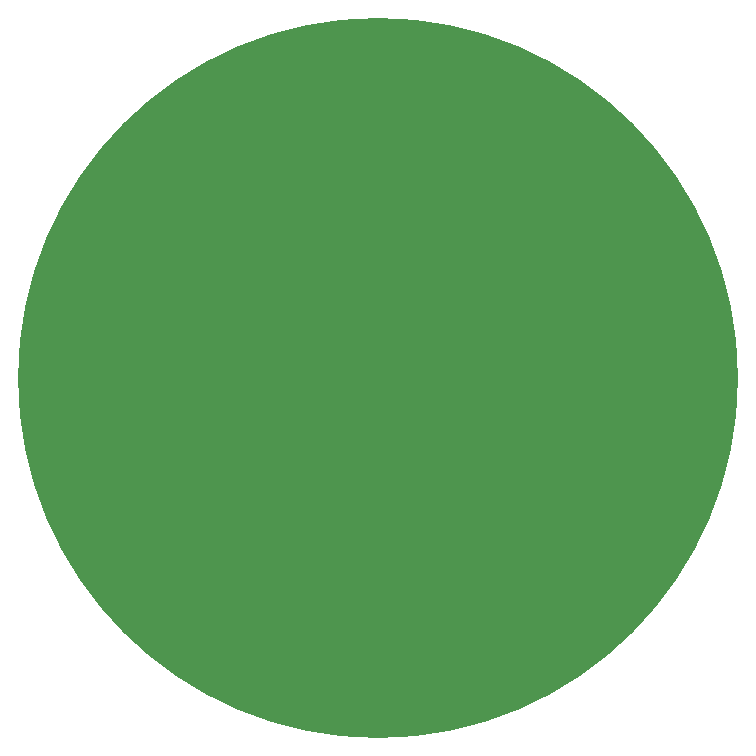
<source format=gbr>
%MOIN*%
%FSLAX23Y23*%
%OFA0.0000B0.0000*%
G90*
%ADD10C,2.4X-1*%
D10
X0Y0D03*
M02*

</source>
